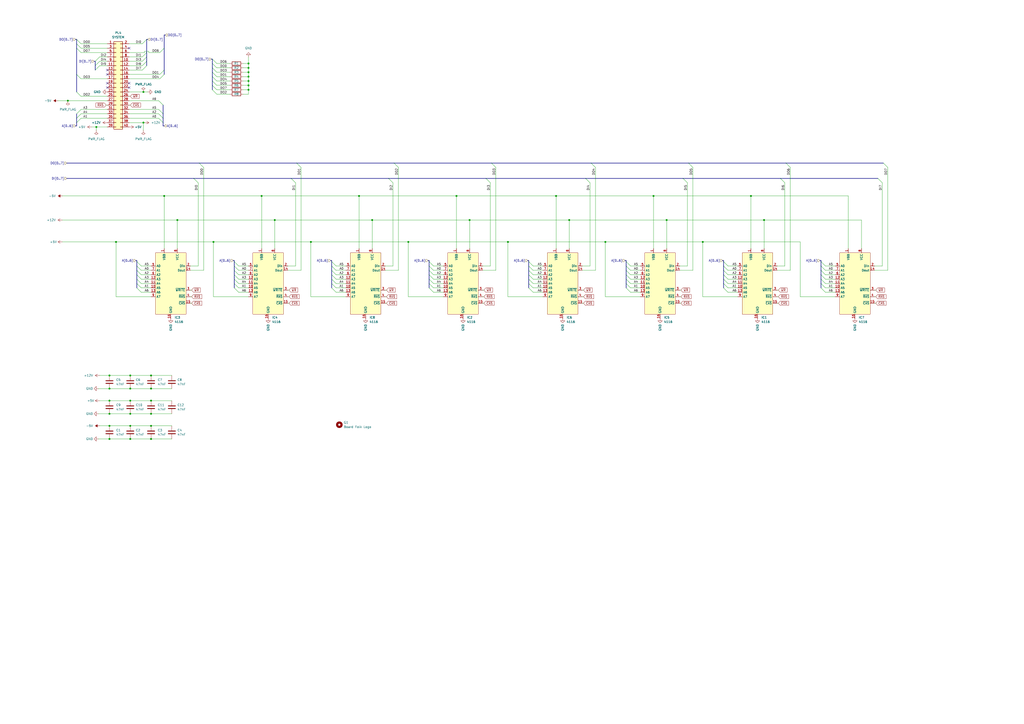
<source format=kicad_sch>
(kicad_sch (version 20230121) (generator eeschema)
  (paper "A2")
  (lib_symbols
    (symbol "Connector_Generic:Conn_02x20_Odd_Even" (pin_names (offset 1.016) hide)
      (property "Reference" "J" (at 1.27 25.4 0))
      (property "Value" "Conn_02x20_Odd_Even" (at 1.27 -27.94 0))
      (symbol "Conn_02x20_Odd_Even_1_1"
        (pin passive line (at -5.08 22.86 0) (length 3.81) (name "Pin_1") (number "1"))
        (pin passive line (at 7.62 12.7 180) (length 3.81) (name "Pin_10") (number "10"))
        (pin passive line (at -5.08 10.16 0) (length 3.81) (name "Pin_11") (number "11"))
        (pin passive line (at 7.62 10.16 180) (length 3.81) (name "Pin_12") (number "12"))
        (pin passive line (at -5.08 7.62 0) (length 3.81) (name "Pin_13") (number "13"))
        (pin passive line (at 7.62 7.62 180) (length 3.81) (name "Pin_14") (number "14"))
        (pin passive line (at -5.08 5.08 0) (length 3.81) (name "Pin_15") (number "15"))
        (pin passive line (at 7.62 5.08 180) (length 3.81) (name "Pin_16") (number "16"))
        (pin passive line (at -5.08 2.54 0) (length 3.81) (name "Pin_17") (number "17"))
        (pin passive line (at 7.62 2.54 180) (length 3.81) (name "Pin_18") (number "18"))
        (pin passive line (at -5.08 0 0) (length 3.81) (name "Pin_19") (number "19"))
        (pin passive line (at 7.62 22.86 180) (length 3.81) (name "Pin_2") (number "2"))
        (pin passive line (at 7.62 0 180) (length 3.81) (name "Pin_20") (number "20"))
        (pin passive line (at -5.08 -2.54 0) (length 3.81) (name "Pin_21") (number "21"))
        (pin passive line (at 7.62 -2.54 180) (length 3.81) (name "Pin_22") (number "22"))
        (pin passive line (at -5.08 -5.08 0) (length 3.81) (name "Pin_23") (number "23"))
        (pin passive line (at 7.62 -5.08 180) (length 3.81) (name "Pin_24") (number "24"))
        (pin passive line (at -5.08 -7.62 0) (length 3.81) (name "Pin_25") (number "25"))
        (pin passive line (at 7.62 -7.62 180) (length 3.81) (name "Pin_26") (number "26"))
        (pin passive line (at -5.08 -10.16 0) (length 3.81) (name "Pin_27") (number "27"))
        (pin passive line (at 7.62 -10.16 180) (length 3.81) (name "Pin_28") (number "28"))
        (pin passive line (at -5.08 -12.7 0) (length 3.81) (name "Pin_29") (number "29"))
        (pin passive line (at -5.08 20.32 0) (length 3.81) (name "Pin_3") (number "3"))
        (pin passive line (at 7.62 -12.7 180) (length 3.81) (name "Pin_30") (number "30"))
        (pin passive line (at -5.08 -15.24 0) (length 3.81) (name "Pin_31") (number "31"))
        (pin passive line (at 7.62 -15.24 180) (length 3.81) (name "Pin_32") (number "32"))
        (pin passive line (at -5.08 -17.78 0) (length 3.81) (name "Pin_33") (number "33"))
        (pin passive line (at 7.62 -17.78 180) (length 3.81) (name "Pin_34") (number "34"))
        (pin passive line (at -5.08 -20.32 0) (length 3.81) (name "Pin_35") (number "35"))
        (pin passive line (at 7.62 -20.32 180) (length 3.81) (name "Pin_36") (number "36"))
        (pin passive line (at -5.08 -22.86 0) (length 3.81) (name "Pin_37") (number "37"))
        (pin passive line (at 7.62 -22.86 180) (length 3.81) (name "Pin_38") (number "38"))
        (pin passive line (at -5.08 -25.4 0) (length 3.81) (name "Pin_39") (number "39"))
        (pin passive line (at 7.62 20.32 180) (length 3.81) (name "Pin_4") (number "4"))
        (pin passive line (at 7.62 -25.4 180) (length 3.81) (name "Pin_40") (number "40"))
        (pin passive line (at -5.08 17.78 0) (length 3.81) (name "Pin_5") (number "5"))
        (pin passive line (at 7.62 17.78 180) (length 3.81) (name "Pin_6") (number "6"))
        (pin passive line (at -5.08 15.24 0) (length 3.81) (name "Pin_7") (number "7"))
        (pin passive line (at 7.62 15.24 180) (length 3.81) (name "Pin_8") (number "8"))
        (pin passive line (at -5.08 12.7 0) (length 3.81) (name "Pin_9") (number "9"))
      )
    )
    (symbol "Device:C" (pin_numbers hide) (pin_names (offset 0.254))
      (property "Reference" "C" (at 0.635 2.54 0))
      (property "Value" "C" (at 0.635 -2.54 0))
      (symbol "C_1_1"
        (pin passive line (at 0 3.81 270) (length 2.794) (name "~") (number "1"))
        (pin passive line (at 0 -3.81 90) (length 2.794) (name "~") (number "2"))
      )
    )
    (symbol "Device:R" (pin_numbers hide) (pin_names (offset 0))
      (property "Reference" "R" (at 2.032 0 90))
      (property "Value" "R" (at 0 0 90))
      (symbol "R_1_1"
        (pin passive line (at 0 3.81 270) (length 1.27) (name "~") (number "1"))
        (pin passive line (at 0 -3.81 90) (length 1.27) (name "~") (number "2"))
      )
    )
    (symbol "LYNX:41xx"
      (property "Reference" "IC" (at 2.54 -19.05 0))
      (property "Value" "41xx" (at 0 0 0))
      (symbol "41xx_0_0"
        (pin power_in line (at -3.81 20.32 270) (length 2.54) (name "VBB") (number "1"))
        (pin input line (at -11.43 -2.54 0) (length 2.54) (name "A5") (number "10"))
        (pin input line (at -11.43 0 0) (length 2.54) (name "A4") (number "11"))
        (pin input line (at -11.43 2.54 0) (length 2.54) (name "A3") (number "12"))
        (pin input line (at -11.43 -5.08 0) (length 2.54) (name "A6") (number "13"))
        (pin passive line (at 11.43 7.62 180) (length 2.54) (name "Dout") (number "14"))
        (pin input line (at 11.43 -11.43 180) (length 2.54) (name "~{CAS}") (number "15"))
        (pin power_in line (at 0 -20.32 90) (length 2.54) (name "GND") (number "16"))
        (pin passive line (at 11.43 10.16 180) (length 2.54) (name "Din") (number "2"))
        (pin input line (at 11.43 -3.81 180) (length 2.54) (name "~{WRITE}") (number "3"))
        (pin input line (at 11.43 -7.62 180) (length 2.54) (name "~{RAS}") (number "4"))
        (pin input line (at -11.43 10.16 0) (length 2.54) (name "A0") (number "5"))
        (pin input line (at -11.43 5.08 0) (length 2.54) (name "A2") (number "6"))
        (pin input line (at -11.43 7.62 0) (length 2.54) (name "A1") (number "7"))
        (pin power_in line (at 3.81 20.32 270) (length 2.54) (name "VCC") (number "8"))
        (pin input line (at -11.43 -7.62 0) (length 2.54) (name "A7") (number "9"))
      )
    )
    (symbol "Mechanical:MountingHole" (pin_names (offset 1.016))
      (property "Reference" "H" (at 0 5.08 0))
      (property "Value" "MountingHole" (at 0 3.175 0))
    )
    (symbol "power:+12V" (power) (pin_names (offset 0))
      (property "Value" "+12V" (at 0 3.556 0))
      (symbol "+12V_1_1"
        (pin power_in line (at 0 0 90) (length 0) hide (name "+12V") (number "1"))
      )
    )
    (symbol "power:+5V" (power) (pin_names (offset 0))
      (property "Value" "+5V" (at 0 3.556 0))
      (symbol "+5V_1_1"
        (pin power_in line (at 0 0 90) (length 0) hide (name "+5V") (number "1"))
      )
    )
    (symbol "power:-5V" (power) (pin_names (offset 0))
      (property "Value" "-5V" (at 0 3.81 0))
      (symbol "-5V_0_0"
        (pin power_in line (at 0 0 90) (length 0) hide (name "-5V") (number "1"))
      )
    )
    (symbol "power:GND" (power) (pin_names (offset 0))
      (property "Value" "GND" (at 0 -3.81 0))
      (symbol "GND_1_1"
        (pin power_in line (at 0 0 270) (length 0) hide (name "GND") (number "1"))
      )
    )
    (symbol "power:PWR_FLAG" (power) (pin_numbers hide) (pin_names (offset 0) hide)
      (property "Value" "PWR_FLAG" (at 0 3.81 0))
      (symbol "PWR_FLAG_0_0"
        (pin power_out line (at 0 0 90) (length 0) (name "pwr") (number "1"))
      )
    )
  )
  (junction (at 123.825 140.335))
  (junction (at 144.145 49.53))
  (junction (at 63.5 240.03))
  (junction (at 144.145 41.91))
  (junction (at 407.67 140.335))
  (junction (at 39.37 58.42))
  (junction (at 87.63 240.03))
  (junction (at 87.63 232.41))
  (junction (at 180.34 140.335))
  (junction (at 322.58 113.665))
  (junction (at 386.715 127.635))
  (junction (at 63.5 254.635))
  (junction (at 95.25 113.665))
  (junction (at 236.855 140.335))
  (junction (at 144.145 36.83))
  (junction (at 443.23 127.635))
  (junction (at 144.145 39.37))
  (junction (at 379.095 113.665))
  (junction (at 87.63 217.805))
  (junction (at 208.28 113.665))
  (junction (at 67.31 140.335))
  (junction (at 83.185 71.12))
  (junction (at 264.795 113.665))
  (junction (at 63.5 217.805))
  (junction (at 294.64 140.335))
  (junction (at 83.185 53.34))
  (junction (at 75.565 240.03))
  (junction (at 87.63 247.015))
  (junction (at 144.145 52.07))
  (junction (at 55.88 73.66))
  (junction (at 144.145 44.45))
  (junction (at 272.415 127.635))
  (junction (at 63.5 232.41))
  (junction (at 75.565 247.015))
  (junction (at 75.565 254.635))
  (junction (at 63.5 225.425))
  (junction (at 102.87 127.635))
  (junction (at 75.565 217.805))
  (junction (at 151.765 113.665))
  (junction (at 330.2 127.635))
  (junction (at 351.155 140.335))
  (junction (at 435.61 113.665))
  (junction (at 63.5 247.015))
  (junction (at 75.565 225.425))
  (junction (at 87.63 225.425))
  (junction (at 215.9 127.635))
  (junction (at 75.565 232.41))
  (junction (at 159.385 127.635))
  (junction (at 87.63 254.635))
  (junction (at 144.145 46.99))
  (no_connect (at 62.23 43.18))
  (no_connect (at 74.93 50.8))
  (no_connect (at 62.23 50.8))
  (no_connect (at 62.23 40.64))
  (no_connect (at 74.93 48.26))
  (no_connect (at 62.23 48.26))
  (no_connect (at 74.93 27.94))
  (bus_entry (at 174.625 97.155) (size -2.54 -2.54))
  (bus_entry (at 478.79 164.465) (size -2.54 -2.54))
  (bus_entry (at 458.47 97.155) (size -2.54 -2.54))
  (bus_entry (at 251.46 156.845) (size -2.54 -2.54))
  (bus_entry (at 123.19 36.83) (size 2.54 2.54))
  (bus_entry (at 422.275 159.385) (size -2.54 -2.54))
  (bus_entry (at 365.76 169.545) (size -2.54 -2.54))
  (bus_entry (at 92.71 45.72) (size 2.54 -2.54))
  (bus_entry (at 92.71 43.18) (size 2.54 -2.54))
  (bus_entry (at 81.915 164.465) (size -2.54 -2.54))
  (bus_entry (at 44.45 25.4) (size 2.54 2.54))
  (bus_entry (at 478.79 156.845) (size -2.54 -2.54))
  (bus_entry (at 171.45 106.045) (size -2.54 -2.54))
  (bus_entry (at 365.76 164.465) (size -2.54 -2.54))
  (bus_entry (at 514.985 97.155) (size -2.54 -2.54))
  (bus_entry (at 81.915 159.385) (size -2.54 -2.54))
  (bus_entry (at 251.46 154.305) (size -2.54 -2.54))
  (bus_entry (at 194.945 159.385) (size -2.54 -2.54))
  (bus_entry (at 231.14 97.155) (size -2.54 -2.54))
  (bus_entry (at 81.915 156.845) (size -2.54 -2.54))
  (bus_entry (at 44.45 43.18) (size 2.54 2.54))
  (bus_entry (at 114.935 106.045) (size -2.54 -2.54))
  (bus_entry (at 309.245 161.925) (size -2.54 -2.54))
  (bus_entry (at 81.915 161.925) (size -2.54 -2.54))
  (bus_entry (at 46.99 66.04) (size -2.54 2.54))
  (bus_entry (at 194.945 161.925) (size -2.54 -2.54))
  (bus_entry (at 138.43 169.545) (size -2.54 -2.54))
  (bus_entry (at 123.19 49.53) (size 2.54 2.54))
  (bus_entry (at 398.78 106.045) (size -2.54 -2.54))
  (bus_entry (at 251.46 167.005) (size -2.54 -2.54))
  (bus_entry (at 138.43 159.385) (size -2.54 -2.54))
  (bus_entry (at 92.075 68.58) (size 2.54 2.54))
  (bus_entry (at 511.81 106.045) (size -2.54 -2.54))
  (bus_entry (at 478.79 169.545) (size -2.54 -2.54))
  (bus_entry (at 251.46 169.545) (size -2.54 -2.54))
  (bus_entry (at 123.19 44.45) (size 2.54 2.54))
  (bus_entry (at 478.79 159.385) (size -2.54 -2.54))
  (bus_entry (at 123.19 46.99) (size 2.54 2.54))
  (bus_entry (at 44.45 22.86) (size 2.54 2.54))
  (bus_entry (at 455.295 106.045) (size -2.54 -2.54))
  (bus_entry (at 284.48 106.045) (size -2.54 -2.54))
  (bus_entry (at 309.245 156.845) (size -2.54 -2.54))
  (bus_entry (at 138.43 154.305) (size -2.54 -2.54))
  (bus_entry (at 123.19 34.29) (size 2.54 2.54))
  (bus_entry (at 365.76 161.925) (size -2.54 -2.54))
  (bus_entry (at 365.76 156.845) (size -2.54 -2.54))
  (bus_entry (at 46.99 63.5) (size -2.54 2.54))
  (bus_entry (at 194.945 154.305) (size -2.54 -2.54))
  (bus_entry (at 287.655 97.155) (size -2.54 -2.54))
  (bus_entry (at 138.43 161.925) (size -2.54 -2.54))
  (bus_entry (at 194.945 156.845) (size -2.54 -2.54))
  (bus_entry (at 309.245 164.465) (size -2.54 -2.54))
  (bus_entry (at 138.43 156.845) (size -2.54 -2.54))
  (bus_entry (at 92.075 63.5) (size 2.54 2.54))
  (bus_entry (at 194.945 167.005) (size -2.54 -2.54))
  (bus_entry (at 251.46 161.925) (size -2.54 -2.54))
  (bus_entry (at 478.79 154.305) (size -2.54 -2.54))
  (bus_entry (at 46.99 68.58) (size -2.54 2.54))
  (bus_entry (at 92.71 30.48) (size 2.54 -2.54))
  (bus_entry (at 57.785 35.56) (size -2.54 2.54))
  (bus_entry (at 342.265 106.045) (size -2.54 -2.54))
  (bus_entry (at 123.19 52.07) (size 2.54 2.54))
  (bus_entry (at 82.55 25.4) (size 2.54 -2.54))
  (bus_entry (at 81.915 167.005) (size -2.54 -2.54))
  (bus_entry (at 365.76 159.385) (size -2.54 -2.54))
  (bus_entry (at 92.075 66.04) (size 2.54 2.54))
  (bus_entry (at 82.55 40.64) (size 2.54 -2.54))
  (bus_entry (at 123.19 39.37) (size 2.54 2.54))
  (bus_entry (at 422.275 156.845) (size -2.54 -2.54))
  (bus_entry (at 81.915 154.305) (size -2.54 -2.54))
  (bus_entry (at 309.245 167.005) (size -2.54 -2.54))
  (bus_entry (at 138.43 167.005) (size -2.54 -2.54))
  (bus_entry (at 478.79 161.925) (size -2.54 -2.54))
  (bus_entry (at 478.79 167.005) (size -2.54 -2.54))
  (bus_entry (at 251.46 164.465) (size -2.54 -2.54))
  (bus_entry (at 44.45 53.34) (size 2.54 2.54))
  (bus_entry (at 118.11 97.155) (size -2.54 -2.54))
  (bus_entry (at 123.19 41.91) (size 2.54 2.54))
  (bus_entry (at 345.44 97.155) (size -2.54 -2.54))
  (bus_entry (at 194.945 169.545) (size -2.54 -2.54))
  (bus_entry (at 422.275 161.925) (size -2.54 -2.54))
  (bus_entry (at 57.785 38.1) (size -2.54 2.54))
  (bus_entry (at 365.76 154.305) (size -2.54 -2.54))
  (bus_entry (at 81.915 169.545) (size -2.54 -2.54))
  (bus_entry (at 422.275 167.005) (size -2.54 -2.54))
  (bus_entry (at 309.245 159.385) (size -2.54 -2.54))
  (bus_entry (at 92.075 58.42) (size 2.54 2.54))
  (bus_entry (at 251.46 159.385) (size -2.54 -2.54))
  (bus_entry (at 82.55 35.56) (size 2.54 -2.54))
  (bus_entry (at 82.55 33.02) (size 2.54 -2.54))
  (bus_entry (at 57.785 33.02) (size -2.54 2.54))
  (bus_entry (at 422.275 164.465) (size -2.54 -2.54))
  (bus_entry (at 138.43 164.465) (size -2.54 -2.54))
  (bus_entry (at 309.245 154.305) (size -2.54 -2.54))
  (bus_entry (at 44.45 27.94) (size 2.54 2.54))
  (bus_entry (at 82.55 38.1) (size 2.54 -2.54))
  (bus_entry (at 194.945 164.465) (size -2.54 -2.54))
  (bus_entry (at 401.955 97.155) (size -2.54 -2.54))
  (bus_entry (at 365.76 167.005) (size -2.54 -2.54))
  (bus_entry (at 422.275 154.305) (size -2.54 -2.54))
  (bus_entry (at 309.245 169.545) (size -2.54 -2.54))
  (bus_entry (at 227.965 106.045) (size -2.54 -2.54))
  (bus_entry (at 422.275 169.545) (size -2.54 -2.54))
  (bus (pts (xy 192.405 159.385) (xy 192.405 161.925)))
  (wire (pts (xy 435.61 113.665) (xy 435.61 144.145)))
  (wire (pts (xy 484.505 161.925) (xy 478.79 161.925)))
  (bus (pts (xy 419.735 159.385) (xy 419.735 161.925)))
  (bus (pts (xy 306.705 156.845) (xy 306.705 159.385)))
  (wire (pts (xy 36.195 140.335) (xy 67.31 140.335)))
  (wire (pts (xy 123.825 140.335) (xy 180.34 140.335)))
  (wire (pts (xy 171.45 106.045) (xy 171.45 154.305)))
  (wire (pts (xy 272.415 127.635) (xy 330.2 127.635)))
  (wire (pts (xy 224.155 175.895) (xy 223.52 175.895)))
  (wire (pts (xy 74.93 30.48) (xy 83.82 30.48)))
  (bus (pts (xy 135.89 164.465) (xy 135.89 167.005)))
  (wire (pts (xy 87.63 225.425) (xy 99.695 225.425)))
  (bus (pts (xy 476.25 156.845) (xy 476.25 159.385)))
  (wire (pts (xy 46.99 68.58) (xy 62.23 68.58)))
  (wire (pts (xy 144.145 167.005) (xy 138.43 167.005)))
  (wire (pts (xy 371.475 156.845) (xy 365.76 156.845)))
  (wire (pts (xy 435.61 113.665) (xy 492.125 113.665)))
  (wire (pts (xy 86.36 30.48) (xy 86.36 29.845)))
  (bus (pts (xy 248.92 164.465) (xy 248.92 167.005)))
  (wire (pts (xy 284.48 106.045) (xy 284.48 154.305)))
  (bus (pts (xy 85.725 22.86) (xy 85.09 22.86)))
  (wire (pts (xy 74.93 40.64) (xy 82.55 40.64)))
  (bus (pts (xy 455.93 94.615) (xy 512.445 94.615)))
  (wire (pts (xy 294.64 140.335) (xy 294.64 172.085)))
  (wire (pts (xy 57.785 38.1) (xy 62.23 38.1)))
  (wire (pts (xy 337.82 156.845) (xy 345.44 156.845)))
  (wire (pts (xy 264.795 113.665) (xy 264.795 144.145)))
  (wire (pts (xy 200.66 159.385) (xy 194.945 159.385)))
  (bus (pts (xy 228.6 94.615) (xy 285.115 94.615)))
  (wire (pts (xy 74.93 66.04) (xy 92.075 66.04)))
  (wire (pts (xy 144.145 156.845) (xy 138.43 156.845)))
  (wire (pts (xy 63.5 217.805) (xy 75.565 217.805)))
  (wire (pts (xy 200.66 164.465) (xy 194.945 164.465)))
  (wire (pts (xy 514.985 97.155) (xy 514.985 156.845)))
  (wire (pts (xy 75.565 232.41) (xy 87.63 232.41)))
  (wire (pts (xy 287.655 97.155) (xy 287.655 156.845)))
  (bus (pts (xy 43.815 22.86) (xy 44.45 22.86)))
  (wire (pts (xy 427.99 159.385) (xy 422.275 159.385)))
  (wire (pts (xy 257.175 164.465) (xy 251.46 164.465)))
  (bus (pts (xy 79.375 154.305) (xy 79.375 156.845)))
  (wire (pts (xy 427.99 164.465) (xy 422.275 164.465)))
  (wire (pts (xy 314.96 169.545) (xy 309.245 169.545)))
  (wire (pts (xy 215.9 127.635) (xy 272.415 127.635)))
  (wire (pts (xy 102.87 127.635) (xy 102.87 144.145)))
  (wire (pts (xy 87.63 172.085) (xy 67.31 172.085)))
  (wire (pts (xy 151.765 113.665) (xy 151.765 144.145)))
  (wire (pts (xy 338.455 172.085) (xy 337.82 172.085)))
  (bus (pts (xy 85.09 30.48) (xy 85.09 33.02)))
  (wire (pts (xy 280.67 172.085) (xy 280.035 172.085)))
  (wire (pts (xy 200.66 169.545) (xy 194.945 169.545)))
  (bus (pts (xy 362.585 151.13) (xy 363.22 151.13)))
  (wire (pts (xy 451.485 172.085) (xy 450.85 172.085)))
  (wire (pts (xy 394.335 156.845) (xy 401.955 156.845)))
  (bus (pts (xy 476.25 154.305) (xy 476.25 156.845)))
  (wire (pts (xy 379.095 113.665) (xy 379.095 144.145)))
  (wire (pts (xy 74.93 58.42) (xy 92.075 58.42)))
  (wire (pts (xy 386.715 127.635) (xy 386.715 144.145)))
  (wire (pts (xy 83.185 53.34) (xy 74.93 53.34)))
  (wire (pts (xy 484.505 167.005) (xy 478.79 167.005)))
  (bus (pts (xy 419.735 154.305) (xy 419.735 156.845)))
  (wire (pts (xy 314.96 167.005) (xy 309.245 167.005)))
  (wire (pts (xy 200.66 161.925) (xy 194.945 161.925)))
  (bus (pts (xy 123.19 46.99) (xy 123.19 49.53)))
  (wire (pts (xy 92.71 30.48) (xy 86.36 30.48)))
  (wire (pts (xy 111.125 175.895) (xy 110.49 175.895)))
  (bus (pts (xy 192.405 164.465) (xy 192.405 167.005)))
  (wire (pts (xy 125.73 39.37) (xy 133.35 39.37)))
  (bus (pts (xy 476.25 159.385) (xy 476.25 161.925)))
  (bus (pts (xy 79.375 159.385) (xy 79.375 161.925)))
  (bus (pts (xy 79.375 161.925) (xy 79.375 164.465)))
  (wire (pts (xy 87.63 156.845) (xy 81.915 156.845)))
  (bus (pts (xy 44.45 22.86) (xy 44.45 25.4)))
  (bus (pts (xy 94.615 60.96) (xy 94.615 66.04)))
  (wire (pts (xy 511.81 106.045) (xy 511.81 154.305)))
  (wire (pts (xy 83.185 71.12) (xy 74.93 71.12)))
  (bus (pts (xy 248.92 161.925) (xy 248.92 164.465)))
  (wire (pts (xy 371.475 159.385) (xy 365.76 159.385)))
  (wire (pts (xy 87.63 247.015) (xy 99.695 247.015)))
  (wire (pts (xy 125.73 52.07) (xy 133.35 52.07)))
  (wire (pts (xy 345.44 97.155) (xy 345.44 156.845)))
  (wire (pts (xy 114.935 106.045) (xy 114.935 154.305)))
  (wire (pts (xy 86.36 29.845) (xy 83.82 29.845)))
  (wire (pts (xy 484.505 164.465) (xy 478.79 164.465)))
  (wire (pts (xy 257.175 156.845) (xy 251.46 156.845)))
  (wire (pts (xy 314.96 159.385) (xy 309.245 159.385)))
  (bus (pts (xy 285.115 94.615) (xy 342.9 94.615)))
  (wire (pts (xy 507.365 156.845) (xy 514.985 156.845)))
  (wire (pts (xy 140.97 44.45) (xy 144.145 44.45)))
  (wire (pts (xy 427.99 154.305) (xy 422.275 154.305)))
  (bus (pts (xy 94.615 71.12) (xy 94.615 68.58)))
  (wire (pts (xy 427.99 156.845) (xy 422.275 156.845)))
  (wire (pts (xy 314.96 154.305) (xy 309.245 154.305)))
  (wire (pts (xy 57.785 232.41) (xy 63.5 232.41)))
  (wire (pts (xy 85.725 53.34) (xy 83.185 53.34)))
  (bus (pts (xy 419.735 151.765) (xy 419.735 154.305)))
  (wire (pts (xy 280.67 175.895) (xy 280.035 175.895)))
  (wire (pts (xy 394.97 172.085) (xy 394.335 172.085)))
  (bus (pts (xy 363.22 156.845) (xy 363.22 159.385)))
  (wire (pts (xy 95.25 113.665) (xy 95.25 144.145)))
  (wire (pts (xy 257.175 161.925) (xy 251.46 161.925)))
  (wire (pts (xy 87.63 217.805) (xy 99.695 217.805)))
  (wire (pts (xy 57.15 225.425) (xy 63.5 225.425)))
  (bus (pts (xy 452.755 103.505) (xy 509.27 103.505)))
  (wire (pts (xy 75.565 247.015) (xy 87.63 247.015)))
  (bus (pts (xy 115.57 94.615) (xy 172.085 94.615)))
  (wire (pts (xy 371.475 161.925) (xy 365.76 161.925)))
  (wire (pts (xy 74.93 25.4) (xy 82.55 25.4)))
  (wire (pts (xy 144.145 49.53) (xy 144.145 52.07)))
  (wire (pts (xy 208.28 113.665) (xy 208.28 144.145)))
  (wire (pts (xy 257.175 172.085) (xy 236.855 172.085)))
  (wire (pts (xy 140.97 39.37) (xy 144.145 39.37)))
  (wire (pts (xy 223.52 154.305) (xy 227.965 154.305)))
  (bus (pts (xy 135.89 156.845) (xy 135.89 159.385)))
  (bus (pts (xy 123.19 41.91) (xy 123.19 44.45)))
  (wire (pts (xy 87.63 232.41) (xy 99.695 232.41)))
  (wire (pts (xy 174.625 97.155) (xy 174.625 156.845)))
  (wire (pts (xy 87.63 167.005) (xy 81.915 167.005)))
  (wire (pts (xy 140.97 46.99) (xy 144.145 46.99)))
  (wire (pts (xy 427.99 172.085) (xy 407.67 172.085)))
  (bus (pts (xy 476.25 161.925) (xy 476.25 164.465)))
  (bus (pts (xy 248.92 154.305) (xy 248.92 156.845)))
  (wire (pts (xy 264.795 113.665) (xy 322.58 113.665)))
  (wire (pts (xy 280.035 154.305) (xy 284.48 154.305)))
  (wire (pts (xy 46.99 27.94) (xy 62.23 27.94)))
  (wire (pts (xy 180.34 140.335) (xy 236.855 140.335)))
  (bus (pts (xy 339.725 103.505) (xy 396.24 103.505)))
  (bus (pts (xy 55.245 40.64) (xy 55.245 38.1)))
  (wire (pts (xy 407.67 140.335) (xy 407.67 172.085)))
  (wire (pts (xy 450.85 156.845) (xy 458.47 156.845)))
  (bus (pts (xy 122.555 34.29) (xy 123.19 34.29)))
  (wire (pts (xy 427.99 161.925) (xy 422.275 161.925)))
  (wire (pts (xy 224.155 168.275) (xy 223.52 168.275)))
  (bus (pts (xy 192.405 161.925) (xy 192.405 164.465)))
  (bus (pts (xy 476.25 164.465) (xy 476.25 167.005)))
  (wire (pts (xy 36.195 127.635) (xy 102.87 127.635)))
  (bus (pts (xy 306.07 151.13) (xy 306.705 151.13)))
  (wire (pts (xy 123.825 140.335) (xy 123.825 172.085)))
  (bus (pts (xy 248.92 156.845) (xy 248.92 159.385)))
  (wire (pts (xy 272.415 127.635) (xy 272.415 144.145)))
  (wire (pts (xy 257.175 154.305) (xy 251.46 154.305)))
  (bus (pts (xy 192.405 154.305) (xy 192.405 156.845)))
  (wire (pts (xy 401.955 97.155) (xy 401.955 156.845)))
  (bus (pts (xy 419.1 151.13) (xy 419.735 151.13)))
  (wire (pts (xy 200.66 154.305) (xy 194.945 154.305)))
  (wire (pts (xy 398.78 106.045) (xy 398.78 154.305)))
  (bus (pts (xy 112.395 103.505) (xy 168.91 103.505)))
  (wire (pts (xy 257.175 159.385) (xy 251.46 159.385)))
  (wire (pts (xy 140.97 54.61) (xy 144.145 54.61)))
  (bus (pts (xy 363.22 151.765) (xy 363.22 154.305)))
  (bus (pts (xy 123.19 36.83) (xy 123.19 39.37)))
  (wire (pts (xy 394.97 175.895) (xy 394.335 175.895)))
  (wire (pts (xy 484.505 154.305) (xy 478.79 154.305)))
  (wire (pts (xy 144.145 36.83) (xy 144.145 39.37)))
  (wire (pts (xy 83.82 71.12) (xy 83.185 71.12)))
  (wire (pts (xy 144.145 33.02) (xy 144.145 36.83)))
  (bus (pts (xy 123.19 44.45) (xy 123.19 46.99)))
  (wire (pts (xy 280.67 168.275) (xy 280.035 168.275)))
  (bus (pts (xy 225.425 103.505) (xy 281.94 103.505)))
  (wire (pts (xy 200.66 156.845) (xy 194.945 156.845)))
  (wire (pts (xy 46.99 45.72) (xy 62.23 45.72)))
  (wire (pts (xy 63.5 247.015) (xy 75.565 247.015)))
  (wire (pts (xy 280.035 156.845) (xy 287.655 156.845)))
  (wire (pts (xy 74.93 43.18) (xy 92.71 43.18)))
  (wire (pts (xy 46.99 55.88) (xy 62.23 55.88)))
  (wire (pts (xy 55.88 75.565) (xy 55.88 73.66)))
  (bus (pts (xy 95.25 20.32) (xy 95.25 27.94)))
  (wire (pts (xy 140.97 52.07) (xy 144.145 52.07)))
  (wire (pts (xy 314.96 161.925) (xy 309.245 161.925)))
  (bus (pts (xy 172.085 94.615) (xy 228.6 94.615)))
  (wire (pts (xy 111.125 172.085) (xy 110.49 172.085)))
  (bus (pts (xy 306.705 164.465) (xy 306.705 167.005)))
  (wire (pts (xy 427.99 167.005) (xy 422.275 167.005)))
  (bus (pts (xy 38.735 94.615) (xy 115.57 94.615)))
  (wire (pts (xy 455.295 106.045) (xy 455.295 154.305)))
  (wire (pts (xy 167.005 154.305) (xy 171.45 154.305)))
  (bus (pts (xy 248.285 151.13) (xy 248.92 151.13)))
  (wire (pts (xy 507.365 154.305) (xy 511.81 154.305)))
  (wire (pts (xy 87.63 169.545) (xy 81.915 169.545)))
  (wire (pts (xy 63.5 217.805) (xy 57.785 217.805)))
  (wire (pts (xy 200.66 172.085) (xy 180.34 172.085)))
  (wire (pts (xy 75.565 217.805) (xy 87.63 217.805)))
  (wire (pts (xy 371.475 154.305) (xy 365.76 154.305)))
  (wire (pts (xy 75.565 225.425) (xy 87.63 225.425)))
  (bus (pts (xy 191.77 151.13) (xy 192.405 151.13)))
  (wire (pts (xy 125.73 46.99) (xy 133.35 46.99)))
  (wire (pts (xy 386.715 127.635) (xy 443.23 127.635)))
  (bus (pts (xy 476.25 151.13) (xy 476.25 151.765)))
  (wire (pts (xy 443.23 127.635) (xy 443.23 144.145)))
  (bus (pts (xy 248.92 151.765) (xy 248.92 154.305)))
  (wire (pts (xy 294.64 140.335) (xy 351.155 140.335)))
  (wire (pts (xy 46.99 63.5) (xy 62.23 63.5)))
  (wire (pts (xy 63.5 247.015) (xy 57.785 247.015)))
  (bus (pts (xy 419.735 156.845) (xy 419.735 159.385)))
  (wire (pts (xy 443.23 127.635) (xy 499.745 127.635)))
  (bus (pts (xy 135.89 151.13) (xy 135.89 151.765)))
  (wire (pts (xy 231.14 97.155) (xy 231.14 156.845)))
  (bus (pts (xy 342.9 94.615) (xy 399.415 94.615)))
  (wire (pts (xy 167.64 172.085) (xy 167.005 172.085)))
  (bus (pts (xy 44.45 43.18) (xy 44.45 53.34)))
  (bus (pts (xy 192.405 156.845) (xy 192.405 159.385)))
  (wire (pts (xy 508 172.085) (xy 507.365 172.085)))
  (bus (pts (xy 85.09 33.02) (xy 85.09 35.56)))
  (wire (pts (xy 484.505 172.085) (xy 464.185 172.085)))
  (wire (pts (xy 125.73 49.53) (xy 133.35 49.53)))
  (bus (pts (xy 476.25 151.765) (xy 476.25 154.305)))
  (wire (pts (xy 458.47 97.155) (xy 458.47 156.845)))
  (wire (pts (xy 144.145 41.91) (xy 144.145 44.45)))
  (wire (pts (xy 394.335 154.305) (xy 398.78 154.305)))
  (bus (pts (xy 135.89 151.765) (xy 135.89 154.305)))
  (bus (pts (xy 192.405 151.765) (xy 192.405 154.305)))
  (bus (pts (xy 248.92 151.13) (xy 248.92 151.765)))
  (wire (pts (xy 257.175 167.005) (xy 251.46 167.005)))
  (wire (pts (xy 46.99 30.48) (xy 62.23 30.48)))
  (wire (pts (xy 451.485 168.275) (xy 450.85 168.275)))
  (bus (pts (xy 363.22 164.465) (xy 363.22 167.005)))
  (bus (pts (xy 79.375 151.13) (xy 79.375 151.765)))
  (wire (pts (xy 338.455 175.895) (xy 337.82 175.895)))
  (wire (pts (xy 371.475 164.465) (xy 365.76 164.465)))
  (wire (pts (xy 57.785 35.56) (xy 62.23 35.56)))
  (wire (pts (xy 111.125 168.275) (xy 110.49 168.275)))
  (wire (pts (xy 87.63 254.635) (xy 99.695 254.635)))
  (bus (pts (xy 419.735 164.465) (xy 419.735 167.005)))
  (wire (pts (xy 484.505 156.845) (xy 478.79 156.845)))
  (bus (pts (xy 135.89 161.925) (xy 135.89 164.465)))
  (bus (pts (xy 44.45 73.025) (xy 44.45 71.12)))
  (wire (pts (xy 57.15 254.635) (xy 63.5 254.635)))
  (bus (pts (xy 419.735 151.13) (xy 419.735 151.765)))
  (wire (pts (xy 371.475 167.005) (xy 365.76 167.005)))
  (wire (pts (xy 63.5 225.425) (xy 75.565 225.425)))
  (wire (pts (xy 167.64 175.895) (xy 167.005 175.895)))
  (wire (pts (xy 46.99 66.04) (xy 62.23 66.04)))
  (bus (pts (xy 79.375 164.465) (xy 79.375 167.005)))
  (wire (pts (xy 144.145 46.99) (xy 144.145 49.53)))
  (bus (pts (xy 44.45 27.94) (xy 44.45 43.18)))
  (bus (pts (xy 168.91 103.505) (xy 225.425 103.505)))
  (wire (pts (xy 351.155 140.335) (xy 407.67 140.335)))
  (wire (pts (xy 75.565 60.96) (xy 74.93 60.96)))
  (wire (pts (xy 125.73 36.83) (xy 133.35 36.83)))
  (bus (pts (xy 123.19 49.53) (xy 123.19 52.07)))
  (bus (pts (xy 44.45 71.12) (xy 44.45 68.58)))
  (wire (pts (xy 508 168.275) (xy 507.365 168.275)))
  (bus (pts (xy 306.705 154.305) (xy 306.705 156.845)))
  (bus (pts (xy 135.89 154.305) (xy 135.89 156.845)))
  (wire (pts (xy 180.34 140.335) (xy 180.34 172.085)))
  (wire (pts (xy 140.97 36.83) (xy 144.145 36.83)))
  (wire (pts (xy 492.125 113.665) (xy 492.125 144.145)))
  (bus (pts (xy 135.89 159.385) (xy 135.89 161.925)))
  (wire (pts (xy 87.63 161.925) (xy 81.915 161.925)))
  (wire (pts (xy 46.99 25.4) (xy 62.23 25.4)))
  (wire (pts (xy 75.565 240.03) (xy 87.63 240.03)))
  (wire (pts (xy 57.15 240.03) (xy 63.5 240.03)))
  (wire (pts (xy 39.37 58.42) (xy 62.23 58.42)))
  (wire (pts (xy 102.87 127.635) (xy 159.385 127.635)))
  (bus (pts (xy 94.615 73.025) (xy 94.615 71.12)))
  (wire (pts (xy 144.145 159.385) (xy 138.43 159.385)))
  (bus (pts (xy 78.74 151.13) (xy 79.375 151.13)))
  (bus (pts (xy 95.25 73.025) (xy 94.615 73.025)))
  (bus (pts (xy 44.45 68.58) (xy 44.45 66.04)))
  (wire (pts (xy 144.145 39.37) (xy 144.145 41.91)))
  (bus (pts (xy 396.24 103.505) (xy 452.755 103.505)))
  (wire (pts (xy 53.34 73.66) (xy 55.88 73.66)))
  (bus (pts (xy 44.45 25.4) (xy 44.45 27.94)))
  (wire (pts (xy 464.185 140.335) (xy 464.185 172.085)))
  (wire (pts (xy 33.655 58.42) (xy 39.37 58.42)))
  (wire (pts (xy 95.25 113.665) (xy 151.765 113.665)))
  (wire (pts (xy 87.63 240.03) (xy 99.695 240.03)))
  (bus (pts (xy 95.885 20.32) (xy 95.25 20.32)))
  (bus (pts (xy 192.405 151.13) (xy 192.405 151.765)))
  (bus (pts (xy 123.19 39.37) (xy 123.19 41.91)))
  (wire (pts (xy 87.63 159.385) (xy 81.915 159.385)))
  (bus (pts (xy 306.705 151.765) (xy 306.705 154.305)))
  (wire (pts (xy 371.475 172.085) (xy 351.155 172.085)))
  (wire (pts (xy 110.49 154.305) (xy 114.935 154.305)))
  (wire (pts (xy 338.455 168.275) (xy 337.82 168.275)))
  (wire (pts (xy 144.145 52.07) (xy 144.145 54.61)))
  (bus (pts (xy 306.705 159.385) (xy 306.705 161.925)))
  (bus (pts (xy 399.415 94.615) (xy 455.93 94.615)))
  (bus (pts (xy 79.375 151.765) (xy 79.375 154.305)))
  (wire (pts (xy 330.2 127.635) (xy 386.715 127.635)))
  (wire (pts (xy 451.485 175.895) (xy 450.85 175.895)))
  (wire (pts (xy 151.765 113.665) (xy 208.28 113.665)))
  (wire (pts (xy 499.745 127.635) (xy 499.745 144.145)))
  (wire (pts (xy 314.96 172.085) (xy 294.64 172.085)))
  (wire (pts (xy 63.5 254.635) (xy 75.565 254.635)))
  (wire (pts (xy 215.9 127.635) (xy 215.9 144.145)))
  (wire (pts (xy 167.64 168.275) (xy 167.005 168.275)))
  (wire (pts (xy 342.265 106.045) (xy 342.265 154.305)))
  (wire (pts (xy 159.385 127.635) (xy 159.385 144.145)))
  (bus (pts (xy 55.245 38.1) (xy 55.245 35.56)))
  (bus (pts (xy 281.94 103.505) (xy 339.725 103.505)))
  (bus (pts (xy 85.09 35.56) (xy 85.09 38.1)))
  (wire (pts (xy 167.005 156.845) (xy 174.625 156.845)))
  (wire (pts (xy 140.97 41.91) (xy 144.145 41.91)))
  (wire (pts (xy 57.785 33.02) (xy 62.23 33.02)))
  (wire (pts (xy 379.095 113.665) (xy 435.61 113.665)))
  (wire (pts (xy 371.475 169.545) (xy 365.76 169.545)))
  (wire (pts (xy 67.31 140.335) (xy 123.825 140.335)))
  (bus (pts (xy 95.25 27.94) (xy 95.25 40.64)))
  (wire (pts (xy 125.73 54.61) (xy 133.35 54.61)))
  (wire (pts (xy 140.97 49.53) (xy 144.145 49.53)))
  (wire (pts (xy 337.82 154.305) (xy 342.265 154.305)))
  (bus (pts (xy 43.815 73.025) (xy 44.45 73.025)))
  (wire (pts (xy 200.66 167.005) (xy 194.945 167.005)))
  (wire (pts (xy 74.93 38.1) (xy 82.55 38.1)))
  (wire (pts (xy 144.145 44.45) (xy 144.145 46.99)))
  (wire (pts (xy 74.93 45.72) (xy 92.71 45.72)))
  (wire (pts (xy 144.145 172.085) (xy 123.825 172.085)))
  (bus (pts (xy 85.09 22.86) (xy 85.09 30.48)))
  (wire (pts (xy 450.85 154.305) (xy 455.295 154.305)))
  (bus (pts (xy 94.615 68.58) (xy 94.615 66.04)))
  (wire (pts (xy 61.595 60.96) (xy 62.23 60.96)))
  (bus (pts (xy 38.735 103.505) (xy 112.395 103.505)))
  (wire (pts (xy 257.175 169.545) (xy 251.46 169.545)))
  (wire (pts (xy 83.82 29.845) (xy 83.82 30.48)))
  (wire (pts (xy 314.96 156.845) (xy 309.245 156.845)))
  (wire (pts (xy 63.5 232.41) (xy 75.565 232.41)))
  (wire (pts (xy 227.965 106.045) (xy 227.965 154.305)))
  (bus (pts (xy 363.22 151.13) (xy 363.22 151.765)))
  (wire (pts (xy 427.99 169.545) (xy 422.275 169.545)))
  (wire (pts (xy 74.93 35.56) (xy 82.55 35.56)))
  (wire (pts (xy 322.58 113.665) (xy 379.095 113.665)))
  (wire (pts (xy 351.155 140.335) (xy 351.155 172.085)))
  (wire (pts (xy 208.28 113.665) (xy 264.795 113.665)))
  (bus (pts (xy 54.61 35.56) (xy 55.245 35.56)))
  (bus (pts (xy 79.375 156.845) (xy 79.375 159.385)))
  (wire (pts (xy 144.145 161.925) (xy 138.43 161.925)))
  (wire (pts (xy 314.96 164.465) (xy 309.245 164.465)))
  (bus (pts (xy 363.22 159.385) (xy 363.22 161.925)))
  (bus (pts (xy 95.25 40.64) (xy 95.25 43.18)))
  (wire (pts (xy 36.195 113.665) (xy 95.25 113.665)))
  (wire (pts (xy 223.52 156.845) (xy 231.14 156.845)))
  (wire (pts (xy 484.505 159.385) (xy 478.79 159.385)))
  (wire (pts (xy 87.63 154.305) (xy 81.915 154.305)))
  (wire (pts (xy 484.505 169.545) (xy 478.79 169.545)))
  (wire (pts (xy 74.93 68.58) (xy 92.075 68.58)))
  (bus (pts (xy 248.92 159.385) (xy 248.92 161.925)))
  (wire (pts (xy 83.185 75.565) (xy 83.185 71.12)))
  (wire (pts (xy 508 175.895) (xy 507.365 175.895)))
  (bus (pts (xy 306.705 151.13) (xy 306.705 151.765)))
  (wire (pts (xy 74.93 63.5) (xy 92.075 63.5)))
  (wire (pts (xy 224.155 172.085) (xy 223.52 172.085)))
  (wire (pts (xy 67.31 140.335) (xy 67.31 172.085)))
  (bus (pts (xy 363.22 161.925) (xy 363.22 164.465)))
  (wire (pts (xy 55.88 73.66) (xy 62.23 73.66)))
  (wire (pts (xy 322.58 113.665) (xy 322.58 144.145)))
  (wire (pts (xy 74.93 33.02) (xy 82.55 33.02)))
  (wire (pts (xy 125.73 44.45) (xy 133.35 44.45)))
  (bus (pts (xy 363.22 154.305) (xy 363.22 156.845)))
  (wire (pts (xy 110.49 156.845) (xy 118.11 156.845)))
  (wire (pts (xy 75.565 254.635) (xy 87.63 254.635)))
  (wire (pts (xy 330.2 127.635) (xy 330.2 144.145)))
  (bus (pts (xy 306.705 161.925) (xy 306.705 164.465)))
  (bus (pts (xy 123.19 34.29) (xy 123.19 36.83)))
  (wire (pts (xy 407.67 140.335) (xy 464.185 140.335)))
  (wire (pts (xy 236.855 140.335) (xy 294.64 140.335)))
  (wire (pts (xy 125.73 41.91) (xy 133.35 41.91)))
  (wire (pts (xy 87.63 164.465) (xy 81.915 164.465)))
  (wire (pts (xy 236.855 140.335) (xy 236.855 172.085)))
  (wire (pts (xy 394.97 168.275) (xy 394.335 168.275)))
  (bus (pts (xy 135.255 151.13) (xy 135.89 151.13)))
  (wire (pts (xy 144.145 169.545) (xy 138.43 169.545)))
  (wire (pts (xy 118.11 97.155) (xy 118.11 156.845)))
  (wire (pts (xy 75.565 55.88) (xy 74.93 55.88)))
  (wire (pts (xy 144.145 164.465) (xy 138.43 164.465)))
  (bus (pts (xy 419.735 161.925) (xy 419.735 164.465)))
  (wire (pts (xy 63.5 240.03) (xy 75.565 240.03)))
  (bus (pts (xy 475.615 151.13) (xy 476.25 151.13)))
  (wire (pts (xy 159.385 127.635) (xy 215.9 127.635)))
  (wire (pts (xy 144.145 154.305) (xy 138.43 154.305)))
  (label "A0" (at 196.85 156.845 0))
  (label "A0" (at 140.335 156.845 0))
  (label "A3" (at 83.82 161.925 0))
  (label "DO3" (at 287.655 101.6 90))
  (label "DO7" (at 48.26 30.48 0))
  (label "A6" (at 140.335 169.545 0))
  (label "A3" (at 140.335 161.925 0))
  (label "DO1" (at 88.265 43.18 0))
  (label "A2" (at 480.695 159.385 0))
  (label "DO4" (at 345.44 101.6 90))
  (label "A1" (at 480.695 167.005 0))
  (label "A5" (at 311.785 154.305 0))
  (label "DO4" (at 88.265 45.72 0))
  (label "A0" (at 311.785 156.845 0))
  (label "A3" (at 253.365 161.925 0))
  (label "DI0" (at 114.935 110.49 90))
  (label "A4" (at 367.665 164.465 0))
  (label "DI7" (at 78.74 40.64 0))
  (label "A6" (at 424.815 169.545 0))
  (label "DI6" (at 78.74 38.1 0))
  (label "DO7" (at 127.635 52.07 0))
  (label "A0" (at 367.665 156.845 0))
  (label "A6" (at 83.82 169.545 0))
  (label "DO1" (at 174.625 101.6 90))
  (label "DO3" (at 48.26 45.72 0))
  (label "A4" (at 83.82 164.465 0))
  (label "DI5" (at 398.78 110.49 90))
  (label "A6" (at 480.695 169.545 0))
  (label "A3" (at 311.785 161.925 0))
  (label "A2" (at 83.82 159.385 0))
  (label "DI6" (at 455.295 110.49 90))
  (label "A5" (at 140.335 154.305 0))
  (label "DI4" (at 342.265 110.49 90))
  (label "A6" (at 367.665 169.545 0))
  (label "A4" (at 196.85 164.465 0))
  (label "A2" (at 140.335 159.385 0))
  (label "A2" (at 196.85 159.385 0))
  (label "DO6" (at 458.47 101.6 90))
  (label "A6" (at 253.365 169.545 0))
  (label "A2" (at 253.365 159.385 0))
  (label "DO2" (at 48.26 55.88 0))
  (label "A5" (at 367.665 154.305 0))
  (label "DO7" (at 514.985 101.6 90))
  (label "A6" (at 88.265 58.42 0))
  (label "A2" (at 88.265 66.04 0))
  (label "DI3" (at 78.74 35.56 0))
  (label "A1" (at 83.82 167.005 0))
  (label "A3" (at 480.695 161.925 0))
  (label "A2" (at 424.815 159.385 0))
  (label "A6" (at 196.85 169.545 0))
  (label "DO2" (at 127.635 54.61 0))
  (label "A1" (at 140.335 167.005 0))
  (label "DI5" (at 58.42 38.1 0))
  (label "A0" (at 253.365 156.845 0))
  (label "A0" (at 83.82 156.845 0))
  (label "DO4" (at 127.635 46.99 0))
  (label "A1" (at 311.785 167.005 0))
  (label "A4" (at 140.335 164.465 0))
  (label "A0" (at 424.815 156.845 0))
  (label "DI2" (at 58.42 33.02 0))
  (label "A4" (at 48.26 66.04 0))
  (label "A4" (at 311.785 164.465 0))
  (label "DO6" (at 88.265 30.48 0))
  (label "A1" (at 253.365 167.005 0))
  (label "DI4" (at 58.42 35.56 0))
  (label "DO5" (at 127.635 49.53 0))
  (label "A1" (at 48.26 68.58 0))
  (label "DI3" (at 284.48 110.49 90))
  (label "DO1" (at 127.635 44.45 0))
  (label "A3" (at 424.815 161.925 0))
  (label "A5" (at 196.85 154.305 0))
  (label "A5" (at 480.695 154.305 0))
  (label "A5" (at 88.265 63.5 0))
  (label "A2" (at 367.665 159.385 0))
  (label "DI2" (at 227.965 110.49 90))
  (label "A3" (at 48.26 63.5 0))
  (label "DI1" (at 78.74 33.02 0))
  (label "A0" (at 88.265 68.58 0))
  (label "DI7" (at 511.81 110.49 90))
  (label "A0" (at 480.695 156.845 0))
  (label "A3" (at 196.85 161.925 0))
  (label "DO2" (at 231.14 101.6 90))
  (label "A5" (at 253.365 154.305 0))
  (label "A1" (at 196.85 167.005 0))
  (label "A6" (at 311.785 169.545 0))
  (label "DI0" (at 78.74 25.4 0))
  (label "DI1" (at 171.45 110.49 90))
  (label "DO0" (at 48.26 25.4 0))
  (label "DO5" (at 401.955 101.6 90))
  (label "A3" (at 367.665 161.925 0))
  (label "A1" (at 367.665 167.005 0))
  (label "A4" (at 253.365 164.465 0))
  (label "A4" (at 424.815 164.465 0))
  (label "A4" (at 480.695 164.465 0))
  (label "DO0" (at 118.11 101.6 90))
  (label "DO0" (at 127.635 39.37 0))
  (label "A5" (at 83.82 154.305 0))
  (label "DO6" (at 127.635 36.83 0))
  (label "DO5" (at 48.26 27.94 0))
  (label "A5" (at 424.815 154.305 0))
  (label "DO3" (at 127.635 41.91 0))
  (label "A2" (at 311.785 159.385 0))
  (label "A1" (at 424.815 167.005 0))
  (global_label "~{CAS}" (shape input) (at 224.155 175.895 0) (property "Intersheetrefs" "${INTERSHEET_REFS}" (effects hide)))
  (global_label "~{WR}" (shape input) (at 111.125 168.275 0) (property "Intersheetrefs" "${INTERSHEET_REFS}" (effects hide)))
  (global_label "~{CAS}" (shape input) (at 167.64 175.895 0) (property "Intersheetrefs" "${INTERSHEET_REFS}" (effects hide)))
  (global_label "~{CAS}" (shape input) (at 508 175.895 0) (property "Intersheetrefs" "${INTERSHEET_REFS}" (effects hide)))
  (global_label "~{WR}" (shape input) (at 280.67 168.275 0) (property "Intersheetrefs" "${INTERSHEET_REFS}" (effects hide)))
  (global_label "~{RAS}" (shape input) (at 338.455 172.085 0) (property "Intersheetrefs" "${INTERSHEET_REFS}" (effects hide)))
  (global_label "~{WR}" (shape input) (at 167.64 168.275 0) (property "Intersheetrefs" "${INTERSHEET_REFS}" (effects hide)))
  (global_label "~{WR}" (shape input) (at 451.485 168.275 0) (property "Intersheetrefs" "${INTERSHEET_REFS}" (effects hide)))
  (global_label "~{RAS}" (shape input) (at 167.64 172.085 0) (property "Intersheetrefs" "${INTERSHEET_REFS}" (effects hide)))
  (global_label "~{WR}" (shape input) (at 508 168.275 0) (property "Intersheetrefs" "${INTERSHEET_REFS}" (effects hide)))
  (global_label "~{WR}" (shape input) (at 394.97 168.275 0) (property "Intersheetrefs" "${INTERSHEET_REFS}" (effects hide)))
  (global_label "~{RAS}" (shape input) (at 111.125 172.085 0) (property "Intersheetrefs" "${INTERSHEET_REFS}" (effects hide)))
  (global_label "~{CAS}" (shape input) (at 75.565 60.96 0) (property "Intersheetrefs" "${INTERSHEET_REFS}" (effects hide)))
  (global_label "~{RAS}" (shape input) (at 224.155 172.085 0) (property "Intersheetrefs" "${INTERSHEET_REFS}" (effects hide)))
  (global_label "~{RAS}" (shape input) (at 394.97 172.085 0) (property "Intersheetrefs" "${INTERSHEET_REFS}" (effects hide)))
  (global_label "~{CAS}" (shape input) (at 338.455 175.895 0) (property "Intersheetrefs" "${INTERSHEET_REFS}" (effects hide)))
  (global_label "~{RAS}" (shape input) (at 61.595 60.96 180) (property "Intersheetrefs" "${INTERSHEET_REFS}" (effects hide)))
  (global_label "~{CAS}" (shape input) (at 451.485 175.895 0) (property "Intersheetrefs" "${INTERSHEET_REFS}" (effects hide)))
  (global_label "~{WR}" (shape input) (at 75.565 55.88 0) (property "Intersheetrefs" "${INTERSHEET_REFS}" (effects hide)))
  (global_label "~{CAS}" (shape input) (at 280.67 175.895 0) (property "Intersheetrefs" "${INTERSHEET_REFS}" (effects hide)))
  (global_label "~{RAS}" (shape input) (at 451.485 172.085 0) (property "Intersheetrefs" "${INTERSHEET_REFS}" (effects hide)))
  (global_label "~{WR}" (shape input) (at 224.155 168.275 0) (property "Intersheetrefs" "${INTERSHEET_REFS}" (effects hide)))
  (global_label "~{CAS}" (shape input) (at 394.97 175.895 0) (property "Intersheetrefs" "${INTERSHEET_REFS}" (effects hide)))
  (global_label "~{WR}" (shape input) (at 338.455 168.275 0) (property "Intersheetrefs" "${INTERSHEET_REFS}" (effects hide)))
  (global_label "~{CAS}" (shape input) (at 111.125 175.895 0) (property "Intersheetrefs" "${INTERSHEET_REFS}" (effects hide)))
  (global_label "~{RAS}" (shape input) (at 508 172.085 0) (property "Intersheetrefs" "${INTERSHEET_REFS}" (effects hide)))
  (global_label "~{RAS}" (shape input) (at 280.67 172.085 0) (property "Intersheetrefs" "${INTERSHEET_REFS}" (effects hide)))
  (hierarchical_label "A[0..6]" (shape input) (at 419.1 151.13 180))
  (hierarchical_label "DO[0..7]" (shape input) (at 43.815 22.86 180))
  (hierarchical_label "DI[0..7]" (shape input) (at 85.725 22.86 0))
  (hierarchical_label "DO[0..7]" (shape input) (at 95.885 20.32 0))
  (hierarchical_label "A[0..6]" (shape input) (at 43.815 73.025 180))
  (hierarchical_label "A[0..6]" (shape input) (at 248.285 151.13 180))
  (hierarchical_label "A[0..6]" (shape input) (at 135.255 151.13 180))
  (hierarchical_label "DI[0..7]" (shape input) (at 54.61 35.56 180))
  (hierarchical_label "DO[0..7]" (shape input) (at 38.735 94.615 180))
  (hierarchical_label "A[0..6]" (shape input) (at 191.77 151.13 180))
  (hierarchical_label "A[0..6]" (shape input) (at 475.615 151.13 180))
  (hierarchical_label "A[0..6]" (shape input) (at 362.585 151.13 180))
  (hierarchical_label "A[0..6]" (shape input) (at 95.25 73.025 0))
  (hierarchical_label "A[0..6]" (shape input) (at 78.74 151.13 180))
  (hierarchical_label "DO[0..7]" (shape input) (at 122.555 34.29 180))
  (hierarchical_label "A[0..6]" (shape input) (at 306.07 151.13 180))
  (hierarchical_label "DI[0..7]" (shape input) (at 38.735 103.505 180))
  (symbol (lib_id "Device:C") (at 63.5 221.615 0) (unit 1)
    (property "Reference" "C5" (at 67.31 220.345 0) (effects (justify left)))
    (property "Value" "47nF" (at 67.31 222.885 0) (effects (justify left)))
    (property "Footprint" "LYNX96:C_Disc_P5.00mm" (effects hide))
  )
  (symbol (lib_id "Device:R") (at 137.16 39.37 90) (unit 1)
    (property "Reference" "R2" (at 137.16 39.37 90))
    (property "Value" "1K" (effects hide))
    (property "Footprint" "LYNX96:R_Axial_P10.16mm" (effects hide))
  )
  (symbol (lib_id "power:+12V") (at 36.195 127.635 90) (unit 1)
    (property "Reference" "#PWR013" (effects hide))
    (property "Value" "+12V" (at 32.385 127.635 90) (effects (justify left)))
  )
  (symbol (lib_id "Device:C") (at 99.695 236.22 0) (unit 1)
    (property "Reference" "C12" (at 102.87 234.95 0) (effects (justify left)))
    (property "Value" "47nF" (at 102.87 237.49 0) (effects (justify left)))
    (property "Footprint" "LYNX96:C_Disc_P5.00mm" (effects hide))
  )
  (symbol (lib_id "LYNX:41xx") (at 439.42 164.465 0) (unit 1)
    (property "Reference" "IC1" (at 441.6141 184.15 0) (effects (justify left)))
    (property "Value" "4116" (at 441.6141 186.69 0) (effects (justify left)))
    (property "Footprint" "LYNX96:DIP-16_W7.62mm" (effects hide))
  )
  (symbol (lib_id "LYNX:41xx") (at 268.605 164.465 0) (unit 1)
    (property "Reference" "IC2" (at 270.7991 184.15 0) (effects (justify left)))
    (property "Value" "4116" (at 270.7991 186.69 0) (effects (justify left)))
    (property "Footprint" "LYNX96:DIP-16_W7.62mm" (effects hide))
  )
  (symbol (lib_id "power:PWR_FLAG") (at 55.88 75.565 180) (unit 1)
    (property "Reference" "#FLG02" (effects hide))
    (property "Value" "PWR_FLAG" (at 55.88 80.645 0))
  )
  (symbol (lib_id "Device:C") (at 63.5 236.22 0) (unit 1)
    (property "Reference" "C9" (at 67.31 234.95 0) (effects (justify left)))
    (property "Value" "47nF" (at 67.31 237.49 0) (effects (justify left)))
    (property "Footprint" "LYNX96:C_Disc_P5.00mm" (effects hide))
  )
  (symbol (lib_id "power:GND") (at 212.09 184.785 0) (mirror y) (unit 1)
    (property "Reference" "#PWR043" (effects hide))
    (property "Value" "GND" (at 212.09 187.96 90) (effects (justify right)))
  )
  (symbol (lib_id "power:GND") (at 326.39 184.785 0) (mirror y) (unit 1)
    (property "Reference" "#PWR045" (effects hide))
    (property "Value" "GND" (at 326.39 187.96 90) (effects (justify right)))
  )
  (symbol (lib_id "power:+5V") (at 57.785 232.41 90) (unit 1)
    (property "Reference" "#PWR017" (effects hide))
    (property "Value" "+5V" (at 54.61 232.41 90) (effects (justify left)))
  )
  (symbol (lib_id "Device:R") (at 137.16 46.99 90) (unit 1)
    (property "Reference" "R5" (at 137.16 46.99 90))
    (property "Value" "1K" (effects hide))
    (property "Footprint" "LYNX96:R_Axial_P10.16mm" (effects hide))
  )
  (symbol (lib_id "power:GND") (at 99.06 184.785 0) (mirror y) (unit 1)
    (property "Reference" "#PWR040" (effects hide))
    (property "Value" "GND" (at 99.06 187.96 90) (effects (justify right)))
  )
  (symbol (lib_id "power:-5V") (at 36.195 113.665 90) (unit 1)
    (property "Reference" "#PWR011" (effects hide))
    (property "Value" "-5V" (at 32.385 113.665 90) (effects (justify left)))
  )
  (symbol (lib_id "LYNX:41xx") (at 99.06 164.465 0) (unit 1)
    (property "Reference" "IC3" (at 101.2541 184.15 0) (effects (justify left)))
    (property "Value" "4116" (at 101.2541 186.69 0) (effects (justify left)))
    (property "Footprint" "LYNX96:DIP-16_W7.62mm" (effects hide))
  )
  (symbol (lib_id "power:+5V") (at 36.195 140.335 90) (unit 1)
    (property "Reference" "#PWR014" (effects hide))
    (property "Value" "+5V" (at 33.02 140.335 90) (effects (justify left)))
  )
  (symbol (lib_id "power:GND") (at 268.605 184.785 0) (mirror y) (unit 1)
    (property "Reference" "#PWR044" (effects hide))
    (property "Value" "GND" (at 268.605 187.96 90) (effects (justify right)))
  )
  (symbol (lib_id "Device:R") (at 137.16 41.91 90) (unit 1)
    (property "Reference" "R3" (at 137.16 41.91 90))
    (property "Value" "1K" (effects hide))
    (property "Footprint" "LYNX96:R_Axial_P10.16mm" (effects hide))
  )
  (symbol (lib_id "power:GND") (at 144.145 33.02 180) (unit 1)
    (property "Reference" "#PWR08" (effects hide))
    (property "Value" "GND" (at 144.145 27.94 0))
  )
  (symbol (lib_id "Device:C") (at 75.565 221.615 0) (unit 1)
    (property "Reference" "C6" (at 78.74 220.345 0) (effects (justify left)))
    (property "Value" "47nF" (at 78.74 222.885 0) (effects (justify left)))
    (property "Footprint" "LYNX96:C_Disc_P5.00mm" (effects hide))
  )
  (symbol (lib_id "Device:C") (at 99.695 250.825 0) (unit 1)
    (property "Reference" "C4" (at 102.87 249.555 0) (effects (justify left)))
    (property "Value" "47nF" (at 102.87 252.095 0) (effects (justify left)))
    (property "Footprint" "LYNX96:C_Disc_P5.00mm" (effects hide))
  )
  (symbol (lib_id "Device:R") (at 137.16 36.83 90) (unit 1)
    (property "Reference" "R1" (at 137.16 36.83 90))
    (property "Value" "1K" (effects hide))
    (property "Footprint" "LYNX96:R_Axial_P10.16mm" (effects hide))
  )
  (symbol (lib_id "Device:C") (at 99.695 221.615 0) (unit 1)
    (property "Reference" "C8" (at 102.87 220.345 0) (effects (justify left)))
    (property "Value" "47nF" (at 102.87 222.885 0) (effects (justify left)))
    (property "Footprint" "LYNX96:C_Disc_P5.00mm" (effects hide))
  )
  (symbol (lib_id "Device:R") (at 137.16 54.61 90) (unit 1)
    (property "Reference" "R8" (at 137.16 54.61 90))
    (property "Value" "1K" (effects hide))
    (property "Footprint" "LYNX96:R_Axial_P10.16mm" (effects hide))
  )
  (symbol (lib_id "Device:C") (at 63.5 250.825 0) (unit 1)
    (property "Reference" "C1" (at 67.31 249.555 0) (effects (justify left)))
    (property "Value" "47nF" (at 67.31 252.095 0) (effects (justify left)))
    (property "Footprint" "LYNX96:C_Disc_P5.00mm" (effects hide))
  )
  (symbol (lib_id "LYNX:41xx") (at 212.09 164.465 0) (unit 1)
    (property "Reference" "IC8" (at 214.2841 184.15 0) (effects (justify left)))
    (property "Value" "4116" (at 214.2841 186.69 0) (effects (justify left)))
    (property "Footprint" "LYNX96:DIP-16_W7.62mm" (effects hide))
  )
  (symbol (lib_id "Mechanical:MountingHole") (at 196.85 246.38 0) (unit 1)
    (property "Reference" "G1" (at 199.39 245.11 0) (effects (justify left)))
    (property "Value" "Board Folk Logo" (at 199.39 247.65 0) (effects (justify left)))
    (property "Footprint" "LYNX96:BF8" (effects hide))
  )
  (symbol (lib_id "power:+12V") (at 62.23 71.12 90) (unit 1)
    (property "Reference" "#PWR01" (effects hide))
    (property "Value" "+12V" (at 58.42 71.12 90) (effects (justify left)))
  )
  (symbol (lib_id "LYNX:41xx") (at 495.935 164.465 0) (unit 1)
    (property "Reference" "IC7" (at 498.1291 184.15 0) (effects (justify left)))
    (property "Value" "4116" (at 498.1291 186.69 0) (effects (justify left)))
    (property "Footprint" "LYNX96:DIP-16_W7.62mm" (effects hide))
  )
  (symbol (lib_id "power:PWR_FLAG") (at 83.185 53.34 0) (unit 1)
    (property "Reference" "#FLG03" (effects hide))
    (property "Value" "PWR_FLAG" (at 83.185 48.895 0))
  )
  (symbol (lib_id "power:GND") (at 57.15 225.425 270) (mirror x) (unit 1)
    (property "Reference" "#PWR09" (effects hide))
    (property "Value" "GND" (at 53.975 225.425 90) (effects (justify right)))
  )
  (symbol (lib_id "power:PWR_FLAG") (at 39.37 58.42 180) (unit 1)
    (property "Reference" "#FLG06" (effects hide))
    (property "Value" "PWR_FLAG" (at 39.37 63.5 0))
  )
  (symbol (lib_id "power:GND") (at 62.23 53.34 270) (unit 1)
    (property "Reference" "#PWR06" (effects hide))
    (property "Value" "GND" (at 58.42 53.34 90) (effects (justify right)))
  )
  (symbol (lib_id "power:GND") (at 155.575 184.785 0) (mirror y) (unit 1)
    (property "Reference" "#PWR042" (effects hide))
    (property "Value" "GND" (at 155.575 187.96 90) (effects (justify right)))
  )
  (symbol (lib_id "power:-5V") (at 57.785 247.015 90) (unit 1)
    (property "Reference" "#PWR015" (effects hide))
    (property "Value" "-5V" (at 53.975 247.015 90) (effects (justify left)))
  )
  (symbol (lib_id "LYNX:41xx") (at 382.905 164.465 0) (unit 1)
    (property "Reference" "IC5" (at 385.0991 184.15 0) (effects (justify left)))
    (property "Value" "4116" (at 385.0991 186.69 0) (effects (justify left)))
    (property "Footprint" "LYNX96:DIP-16_W7.62mm" (effects hide))
  )
  (symbol (lib_id "Device:R") (at 137.16 44.45 90) (unit 1)
    (property "Reference" "R4" (at 137.16 44.45 90))
    (property "Value" "1K" (effects hide))
    (property "Footprint" "LYNX96:R_Axial_P10.16mm" (effects hide))
  )
  (symbol (lib_id "power:GND") (at 495.935 184.785 0) (mirror y) (unit 1)
    (property "Reference" "#PWR048" (effects hide))
    (property "Value" "GND" (at 495.935 187.96 90) (effects (justify right)))
  )
  (symbol (lib_id "power:GND") (at 439.42 184.785 0) (mirror y) (unit 1)
    (property "Reference" "#PWR047" (effects hide))
    (property "Value" "GND" (at 439.42 187.96 90) (effects (justify right)))
  )
  (symbol (lib_id "power:+5V") (at 74.93 73.66 270) (unit 1)
    (property "Reference" "#PWR04" (effects hide))
    (property "Value" "+5V" (at 78.105 73.66 90) (effects (justify left)))
  )
  (symbol (lib_id "power:PWR_FLAG") (at 83.185 75.565 180) (unit 1)
    (property "Reference" "#FLG01" (effects hide))
    (property "Value" "PWR_FLAG" (at 83.185 80.645 0))
  )
  (symbol (lib_id "power:GND") (at 57.15 254.635 270) (mirror x) (unit 1)
    (property "Reference" "#PWR012" (effects hide))
    (property "Value" "GND" (at 53.975 254.635 90) (effects (justify right)))
  )
  (symbol (lib_id "Device:C") (at 87.63 250.825 0) (unit 1)
    (property "Reference" "C3" (at 91.44 249.555 0) (effects (justify left)))
    (property "Value" "47nF" (at 91.44 252.095 0) (effects (justify left)))
    (property "Footprint" "LYNX96:C_Disc_P5.00mm" (effects hide))
  )
  (symbol (lib_id "Device:R") (at 137.16 52.07 90) (unit 1)
    (property "Reference" "R7" (at 137.16 52.07 90))
    (property "Value" "1K" (effects hide))
    (property "Footprint" "LYNX96:R_Axial_P10.16mm" (effects hide))
  )
  (symbol (lib_id "Device:C") (at 75.565 236.22 0) (unit 1)
    (property "Reference" "C10" (at 78.74 234.95 0) (effects (justify left)))
    (property "Value" "47nF" (at 78.74 237.49 0) (effects (justify left)))
    (property "Footprint" "LYNX96:C_Disc_P5.00mm" (effects hide))
  )
  (symbol (lib_id "power:+12V") (at 57.785 217.805 90) (unit 1)
    (property "Reference" "#PWR016" (effects hide))
    (property "Value" "+12V" (at 53.975 217.805 90) (effects (justify left)))
  )
  (symbol (lib_id "Device:C") (at 87.63 236.22 0) (unit 1)
    (property "Reference" "C11" (at 91.44 234.95 0) (effects (justify left)))
    (property "Value" "47nF" (at 91.44 237.49 0) (effects (justify left)))
    (property "Footprint" "LYNX96:C_Disc_P5.00mm" (effects hide))
  )
  (symbol (lib_id "LYNX:41xx") (at 155.575 164.465 0) (unit 1)
    (property "Reference" "IC4" (at 157.7691 184.15 0) (effects (justify left)))
    (property "Value" "4116" (at 157.7691 186.69 0) (effects (justify left)))
    (property "Footprint" "LYNX96:DIP-16_W7.62mm" (effects hide))
  )
  (symbol (lib_id "power:GND") (at 382.905 184.785 0) (mirror y) (unit 1)
    (property "Reference" "#PWR046" (effects hide))
    (property "Value" "GND" (at 382.905 187.96 90) (effects (justify right)))
  )
  (symbol (lib_id "power:GND") (at 57.15 240.03 270) (mirror x) (unit 1)
    (property "Reference" "#PWR010" (effects hide))
    (property "Value" "GND" (at 53.975 240.03 90) (effects (justify right)))
  )
  (symbol (lib_id "LYNX:41xx") (at 326.39 164.465 0) (unit 1)
    (property "Reference" "IC6" (at 328.5841 184.15 0) (effects (justify left)))
    (property "Value" "4116" (at 328.5841 186.69 0) (effects (justify left)))
    (property "Footprint" "LYNX96:DIP-16_W7.62mm" (effects hide))
  )
  (symbol (lib_id "power:GND") (at 85.725 53.34 90) (unit 1)
    (property "Reference" "#PWR07" (effects hide))
    (property "Value" "GND" (at 89.535 53.34 90) (effects (justify right)))
  )
  (symbol (lib_id "power:-5V") (at 33.655 58.42 90) (unit 1)
    (property "Reference" "#PWR05" (effects hide))
    (property "Value" "-5V" (at 29.845 58.42 90) (effects (justify left)))
  )
  (symbol (lib_id "Device:R") (at 137.16 49.53 90) (unit 1)
    (property "Reference" "R6" (at 137.16 49.53 90))
    (property "Value" "1K" (effects hide))
    (property "Footprint" "LYNX96:R_Axial_P10.16mm" (effects hide))
  )
  (symbol (lib_id "Device:C") (at 87.63 221.615 0) (unit 1)
    (property "Reference" "C7" (at 91.44 220.345 0) (effects (justify left)))
    (property "Value" "47nF" (at 91.44 222.885 0) (effects (justify left)))
    (property "Footprint" "LYNX96:C_Disc_P5.00mm" (effects hide))
  )
  (symbol (lib_id "power:+5V") (at 53.34 73.66 90) (unit 1)
    (property "Reference" "#PWR03" (effects hide))
    (property "Value" "+5V" (at 49.53 73.66 90) (effects (justify left)))
  )
  (symbol (lib_id "Connector_Generic:Conn_02x20_Odd_Even") (at 67.31 48.26 0) (unit 1)
    (property "Reference" "PL4" (at 68.58 19.05 0))
    (property "Value" "SYSTEM" (at 68.58 21.59 0))
    (property "Footprint" "LYNX96:PinHeader_40_WIDE" (effects hide))
  )
  (symbol (lib_id "Device:C") (at 75.565 250.825 0) (unit 1)
    (property "Reference" "C2" (at 78.74 249.555 0) (effects (justify left)))
    (property "Value" "47nF" (at 78.74 252.095 0) (effects (justify left)))
    (property "Footprint" "LYNX96:C_Disc_P5.00mm" (effects hide))
  )
  (symbol (lib_id "power:+12V") (at 83.82 71.12 270) (mirror x) (unit 1)
    (property "Reference" "#PWR02" (effects hide))
    (property "Value" "+12V" (at 87.63 71.12 90) (effects (justify left)))
  )
)
</source>
